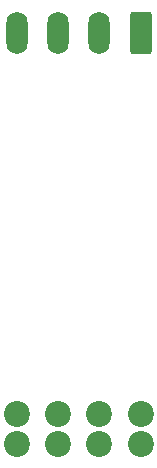
<source format=gbr>
%TF.GenerationSoftware,KiCad,Pcbnew,8.0.2*%
%TF.CreationDate,2024-10-04T23:09:32+02:00*%
%TF.ProjectId,OSSD_CDU,4f535344-5f43-4445-952e-6b696361645f,rev?*%
%TF.SameCoordinates,Original*%
%TF.FileFunction,Soldermask,Bot*%
%TF.FilePolarity,Negative*%
%FSLAX46Y46*%
G04 Gerber Fmt 4.6, Leading zero omitted, Abs format (unit mm)*
G04 Created by KiCad (PCBNEW 8.0.2) date 2024-10-04 23:09:32*
%MOMM*%
%LPD*%
G01*
G04 APERTURE LIST*
G04 Aperture macros list*
%AMRoundRect*
0 Rectangle with rounded corners*
0 $1 Rounding radius*
0 $2 $3 $4 $5 $6 $7 $8 $9 X,Y pos of 4 corners*
0 Add a 4 corners polygon primitive as box body*
4,1,4,$2,$3,$4,$5,$6,$7,$8,$9,$2,$3,0*
0 Add four circle primitives for the rounded corners*
1,1,$1+$1,$2,$3*
1,1,$1+$1,$4,$5*
1,1,$1+$1,$6,$7*
1,1,$1+$1,$8,$9*
0 Add four rect primitives between the rounded corners*
20,1,$1+$1,$2,$3,$4,$5,0*
20,1,$1+$1,$4,$5,$6,$7,0*
20,1,$1+$1,$6,$7,$8,$9,0*
20,1,$1+$1,$8,$9,$2,$3,0*%
G04 Aperture macros list end*
%ADD10C,2.200000*%
%ADD11O,1.800000X3.600000*%
%ADD12RoundRect,0.250000X0.650000X1.550000X-0.650000X1.550000X-0.650000X-1.550000X0.650000X-1.550000X0*%
G04 APERTURE END LIST*
D10*
%TO.C,J2*%
X168000000Y-130500000D03*
X168000000Y-133000000D03*
X164500000Y-130500000D03*
X164500000Y-133000000D03*
X161000000Y-130500000D03*
X161000000Y-133000000D03*
X157500000Y-130500000D03*
X157500000Y-133000000D03*
%TD*%
D11*
%TO.C,J1*%
X157500000Y-98182500D03*
X161000000Y-98182500D03*
X164500000Y-98182500D03*
D12*
X168000000Y-98182500D03*
%TD*%
M02*

</source>
